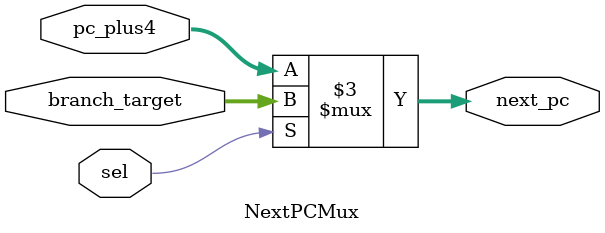
<source format=sv>
module NextPCMux(
    input logic signed [31:0] pc_plus4,
    input logic signed [31:0] branch_target,
    input logic sel,

    output logic signed [31:0] next_pc
);
    always @(*) begin
        if (sel)
            next_pc = branch_target;
        else
            next_pc = pc_plus4;
    end

endmodule
</source>
